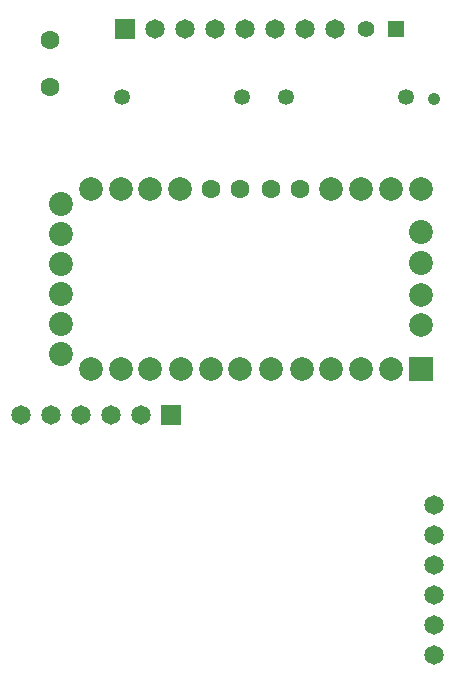
<source format=gts>
%FSLAX33Y33*%
%MOMM*%
%AMRect-W1650000-H1650000-RO1.500*
21,1,1.65,1.65,0.,0.,90*%
%AMRect-W1650000-H1650000-RO0.500*
21,1,1.65,1.65,0.,0.,270*%
%AMRect-W2000000-H2000000-RO1.500*
21,1,2.,2.,0.,0.,90*%
%AMRect-W1400000-H1400000-RO1.000*
21,1,1.4,1.4,0.,0.,180*%
%ADD10C,1.0668*%
%ADD11C,1.65*%
%ADD12Rect-W1650000-H1650000-RO1.500*%
%ADD13C,1.65*%
%ADD14C,1.65*%
%ADD15Rect-W1650000-H1650000-RO0.500*%
%ADD16C,2.*%
%ADD17C,2.*%
%ADD18C,1.6*%
%ADD19C,2.029999*%
%ADD20C,2.029999*%
%ADD21Rect-W2000000-H2000000-RO1.500*%
%ADD22C,1.35*%
%ADD23C,1.35*%
%ADD24C,1.4*%
%ADD25Rect-W1400000-H1400000-RO1.000*%
D10*
%LNtop solder mask_traces*%
G01*
X-33975Y29575D03*
%LNtop solder mask component 104f474019bc45ae*%
D11*
X-57600Y35425D03*
X-55060Y35425D03*
X-52520Y35425D03*
X-49980Y35425D03*
X-47440Y35425D03*
X-44900Y35425D03*
X-42360Y35425D03*
D12*
X-60140Y35425D03*
%LNtop solder mask component 6423f2fbdbf0fd51*%
D13*
X-34000Y-4840D03*
X-34000Y-7380D03*
X-34000Y-9920D03*
X-34000Y-12460D03*
X-34000Y-15000D03*
X-34000Y-17540D03*
%LNtop solder mask component 2e760206f6eb6219*%
D14*
X-58840Y2815D03*
X-61380Y2815D03*
X-63920Y2815D03*
X-66460Y2815D03*
X-69000Y2815D03*
D15*
X-56300Y2815D03*
%LNtop solder mask component 725756eb9d5a0c3e*%
D16*
X-35110Y10420D03*
X-35110Y12960D03*
D17*
X-35110Y21945D03*
X-37610Y21945D03*
X-40210Y21945D03*
X-42710Y21945D03*
D18*
X-45310Y21945D03*
X-47810Y21945D03*
X-50410Y21945D03*
X-52910Y21945D03*
D17*
X-55510Y21945D03*
X-58010Y21945D03*
X-60510Y21945D03*
X-63010Y21945D03*
X-37610Y6705D03*
X-40210Y6705D03*
X-42710Y6705D03*
X-45210Y6705D03*
X-47810Y6705D03*
X-50410Y6705D03*
X-52910Y6705D03*
X-60510Y6705D03*
X-58010Y6705D03*
X-63050Y6705D03*
X-55410Y6705D03*
D19*
X-35110Y18300D03*
X-35110Y15635D03*
D20*
X-65590Y7975D03*
X-65590Y10515D03*
X-65590Y13055D03*
X-65590Y15595D03*
X-65590Y18135D03*
X-65590Y20675D03*
D21*
X-35110Y6705D03*
%LNtop solder mask component e41e54bbfcc8de48*%
D22*
X-50245Y29675D03*
X-60405Y29675D03*
%LNtop solder mask component bcffb8a9274f0d14*%
D23*
X-46525Y29725D03*
X-36365Y29725D03*
%LNtop solder mask component 51561cf638072ae7*%
D18*
X-66525Y30525D03*
X-66525Y34525D03*
%LNtop solder mask component 243e2b77924b8e62*%
D24*
X-39770Y35425D03*
D25*
X-37230Y35425D03*
M02*
</source>
